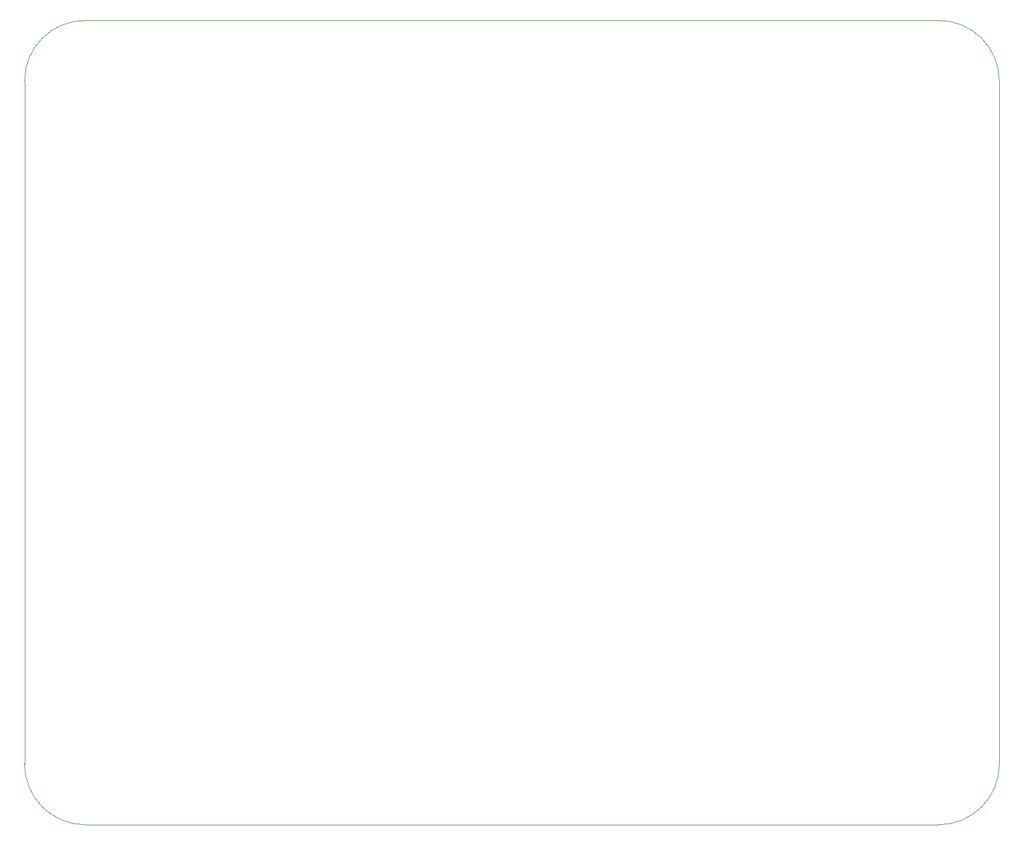
<source format=gbr>
%TF.GenerationSoftware,KiCad,Pcbnew,(5.1.10)-1*%
%TF.CreationDate,2023-07-09T15:29:34-05:00*%
%TF.ProjectId,multiplexer cell tester,6d756c74-6970-46c6-9578-65722063656c,A*%
%TF.SameCoordinates,Original*%
%TF.FileFunction,Profile,NP*%
%FSLAX46Y46*%
G04 Gerber Fmt 4.6, Leading zero omitted, Abs format (unit mm)*
G04 Created by KiCad (PCBNEW (5.1.10)-1) date 2023-07-09 15:29:34*
%MOMM*%
%LPD*%
G01*
G04 APERTURE LIST*
%TA.AperFunction,Profile*%
%ADD10C,0.050000*%
%TD*%
G04 APERTURE END LIST*
D10*
X220450000Y-142240000D02*
G75*
G02*
X211560000Y-151130000I-8890000J0D01*
G01*
X77470000Y-42040000D02*
G75*
G02*
X86360000Y-33150000I8890000J0D01*
G01*
X211560000Y-33150000D02*
G75*
G02*
X220450000Y-42040000I0J-8890000D01*
G01*
X86360000Y-151130000D02*
G75*
G02*
X77470000Y-142240000I0J8890000D01*
G01*
X220450000Y-142240000D02*
X220450000Y-42040000D01*
X86360000Y-33150000D02*
X211560000Y-33150000D01*
X86360000Y-151130000D02*
X211560000Y-151130000D01*
X77470000Y-142240000D02*
X77470000Y-42040000D01*
M02*

</source>
